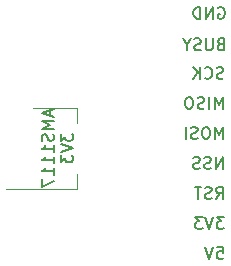
<source format=gbo>
G04 #@! TF.GenerationSoftware,KiCad,Pcbnew,7.0.1*
G04 #@! TF.CreationDate,2023-07-05T13:49:47-05:00*
G04 #@! TF.ProjectId,pn5180 cat5 connector with linear regulator,706e3531-3830-4206-9361-743520636f6e,rev?*
G04 #@! TF.SameCoordinates,Original*
G04 #@! TF.FileFunction,Legend,Bot*
G04 #@! TF.FilePolarity,Positive*
%FSLAX46Y46*%
G04 Gerber Fmt 4.6, Leading zero omitted, Abs format (unit mm)*
G04 Created by KiCad (PCBNEW 7.0.1) date 2023-07-05 13:49:47*
%MOMM*%
%LPD*%
G01*
G04 APERTURE LIST*
%ADD10C,0.150000*%
%ADD11C,0.120000*%
%ADD12C,1.600000*%
%ADD13C,3.250000*%
%ADD14R,1.500000X1.500000*%
%ADD15C,1.500000*%
%ADD16C,3.000000*%
%ADD17R,1.700000X1.700000*%
%ADD18O,1.700000X1.700000*%
%ADD19R,2.000000X1.500000*%
%ADD20R,2.000000X3.800000*%
G04 APERTURE END LIST*
D10*
X153733523Y-84362000D02*
X153590666Y-84409619D01*
X153590666Y-84409619D02*
X153352571Y-84409619D01*
X153352571Y-84409619D02*
X153257333Y-84362000D01*
X153257333Y-84362000D02*
X153209714Y-84314380D01*
X153209714Y-84314380D02*
X153162095Y-84219142D01*
X153162095Y-84219142D02*
X153162095Y-84123904D01*
X153162095Y-84123904D02*
X153209714Y-84028666D01*
X153209714Y-84028666D02*
X153257333Y-83981047D01*
X153257333Y-83981047D02*
X153352571Y-83933428D01*
X153352571Y-83933428D02*
X153543047Y-83885809D01*
X153543047Y-83885809D02*
X153638285Y-83838190D01*
X153638285Y-83838190D02*
X153685904Y-83790571D01*
X153685904Y-83790571D02*
X153733523Y-83695333D01*
X153733523Y-83695333D02*
X153733523Y-83600095D01*
X153733523Y-83600095D02*
X153685904Y-83504857D01*
X153685904Y-83504857D02*
X153638285Y-83457238D01*
X153638285Y-83457238D02*
X153543047Y-83409619D01*
X153543047Y-83409619D02*
X153304952Y-83409619D01*
X153304952Y-83409619D02*
X153162095Y-83457238D01*
X152162095Y-84314380D02*
X152209714Y-84362000D01*
X152209714Y-84362000D02*
X152352571Y-84409619D01*
X152352571Y-84409619D02*
X152447809Y-84409619D01*
X152447809Y-84409619D02*
X152590666Y-84362000D01*
X152590666Y-84362000D02*
X152685904Y-84266761D01*
X152685904Y-84266761D02*
X152733523Y-84171523D01*
X152733523Y-84171523D02*
X152781142Y-83981047D01*
X152781142Y-83981047D02*
X152781142Y-83838190D01*
X152781142Y-83838190D02*
X152733523Y-83647714D01*
X152733523Y-83647714D02*
X152685904Y-83552476D01*
X152685904Y-83552476D02*
X152590666Y-83457238D01*
X152590666Y-83457238D02*
X152447809Y-83409619D01*
X152447809Y-83409619D02*
X152352571Y-83409619D01*
X152352571Y-83409619D02*
X152209714Y-83457238D01*
X152209714Y-83457238D02*
X152162095Y-83504857D01*
X151733523Y-84409619D02*
X151733523Y-83409619D01*
X151162095Y-84409619D02*
X151590666Y-83838190D01*
X151162095Y-83409619D02*
X151733523Y-83981047D01*
X153685904Y-92029619D02*
X153685904Y-91029619D01*
X153685904Y-91029619D02*
X153114476Y-92029619D01*
X153114476Y-92029619D02*
X153114476Y-91029619D01*
X152685904Y-91982000D02*
X152543047Y-92029619D01*
X152543047Y-92029619D02*
X152304952Y-92029619D01*
X152304952Y-92029619D02*
X152209714Y-91982000D01*
X152209714Y-91982000D02*
X152162095Y-91934380D01*
X152162095Y-91934380D02*
X152114476Y-91839142D01*
X152114476Y-91839142D02*
X152114476Y-91743904D01*
X152114476Y-91743904D02*
X152162095Y-91648666D01*
X152162095Y-91648666D02*
X152209714Y-91601047D01*
X152209714Y-91601047D02*
X152304952Y-91553428D01*
X152304952Y-91553428D02*
X152495428Y-91505809D01*
X152495428Y-91505809D02*
X152590666Y-91458190D01*
X152590666Y-91458190D02*
X152638285Y-91410571D01*
X152638285Y-91410571D02*
X152685904Y-91315333D01*
X152685904Y-91315333D02*
X152685904Y-91220095D01*
X152685904Y-91220095D02*
X152638285Y-91124857D01*
X152638285Y-91124857D02*
X152590666Y-91077238D01*
X152590666Y-91077238D02*
X152495428Y-91029619D01*
X152495428Y-91029619D02*
X152257333Y-91029619D01*
X152257333Y-91029619D02*
X152114476Y-91077238D01*
X151733523Y-91982000D02*
X151590666Y-92029619D01*
X151590666Y-92029619D02*
X151352571Y-92029619D01*
X151352571Y-92029619D02*
X151257333Y-91982000D01*
X151257333Y-91982000D02*
X151209714Y-91934380D01*
X151209714Y-91934380D02*
X151162095Y-91839142D01*
X151162095Y-91839142D02*
X151162095Y-91743904D01*
X151162095Y-91743904D02*
X151209714Y-91648666D01*
X151209714Y-91648666D02*
X151257333Y-91601047D01*
X151257333Y-91601047D02*
X151352571Y-91553428D01*
X151352571Y-91553428D02*
X151543047Y-91505809D01*
X151543047Y-91505809D02*
X151638285Y-91458190D01*
X151638285Y-91458190D02*
X151685904Y-91410571D01*
X151685904Y-91410571D02*
X151733523Y-91315333D01*
X151733523Y-91315333D02*
X151733523Y-91220095D01*
X151733523Y-91220095D02*
X151685904Y-91124857D01*
X151685904Y-91124857D02*
X151638285Y-91077238D01*
X151638285Y-91077238D02*
X151543047Y-91029619D01*
X151543047Y-91029619D02*
X151304952Y-91029619D01*
X151304952Y-91029619D02*
X151162095Y-91077238D01*
X153781142Y-96109619D02*
X153162095Y-96109619D01*
X153162095Y-96109619D02*
X153495428Y-96490571D01*
X153495428Y-96490571D02*
X153352571Y-96490571D01*
X153352571Y-96490571D02*
X153257333Y-96538190D01*
X153257333Y-96538190D02*
X153209714Y-96585809D01*
X153209714Y-96585809D02*
X153162095Y-96681047D01*
X153162095Y-96681047D02*
X153162095Y-96919142D01*
X153162095Y-96919142D02*
X153209714Y-97014380D01*
X153209714Y-97014380D02*
X153257333Y-97062000D01*
X153257333Y-97062000D02*
X153352571Y-97109619D01*
X153352571Y-97109619D02*
X153638285Y-97109619D01*
X153638285Y-97109619D02*
X153733523Y-97062000D01*
X153733523Y-97062000D02*
X153781142Y-97014380D01*
X152876380Y-96109619D02*
X152543047Y-97109619D01*
X152543047Y-97109619D02*
X152209714Y-96109619D01*
X151971618Y-96109619D02*
X151352571Y-96109619D01*
X151352571Y-96109619D02*
X151685904Y-96490571D01*
X151685904Y-96490571D02*
X151543047Y-96490571D01*
X151543047Y-96490571D02*
X151447809Y-96538190D01*
X151447809Y-96538190D02*
X151400190Y-96585809D01*
X151400190Y-96585809D02*
X151352571Y-96681047D01*
X151352571Y-96681047D02*
X151352571Y-96919142D01*
X151352571Y-96919142D02*
X151400190Y-97014380D01*
X151400190Y-97014380D02*
X151447809Y-97062000D01*
X151447809Y-97062000D02*
X151543047Y-97109619D01*
X151543047Y-97109619D02*
X151828761Y-97109619D01*
X151828761Y-97109619D02*
X151923999Y-97062000D01*
X151923999Y-97062000D02*
X151971618Y-97014380D01*
X153209714Y-98649619D02*
X153685904Y-98649619D01*
X153685904Y-98649619D02*
X153733523Y-99125809D01*
X153733523Y-99125809D02*
X153685904Y-99078190D01*
X153685904Y-99078190D02*
X153590666Y-99030571D01*
X153590666Y-99030571D02*
X153352571Y-99030571D01*
X153352571Y-99030571D02*
X153257333Y-99078190D01*
X153257333Y-99078190D02*
X153209714Y-99125809D01*
X153209714Y-99125809D02*
X153162095Y-99221047D01*
X153162095Y-99221047D02*
X153162095Y-99459142D01*
X153162095Y-99459142D02*
X153209714Y-99554380D01*
X153209714Y-99554380D02*
X153257333Y-99602000D01*
X153257333Y-99602000D02*
X153352571Y-99649619D01*
X153352571Y-99649619D02*
X153590666Y-99649619D01*
X153590666Y-99649619D02*
X153685904Y-99602000D01*
X153685904Y-99602000D02*
X153733523Y-99554380D01*
X152876380Y-98649619D02*
X152543047Y-99649619D01*
X152543047Y-99649619D02*
X152209714Y-98649619D01*
X153289095Y-78377238D02*
X153384333Y-78329619D01*
X153384333Y-78329619D02*
X153527190Y-78329619D01*
X153527190Y-78329619D02*
X153670047Y-78377238D01*
X153670047Y-78377238D02*
X153765285Y-78472476D01*
X153765285Y-78472476D02*
X153812904Y-78567714D01*
X153812904Y-78567714D02*
X153860523Y-78758190D01*
X153860523Y-78758190D02*
X153860523Y-78901047D01*
X153860523Y-78901047D02*
X153812904Y-79091523D01*
X153812904Y-79091523D02*
X153765285Y-79186761D01*
X153765285Y-79186761D02*
X153670047Y-79282000D01*
X153670047Y-79282000D02*
X153527190Y-79329619D01*
X153527190Y-79329619D02*
X153431952Y-79329619D01*
X153431952Y-79329619D02*
X153289095Y-79282000D01*
X153289095Y-79282000D02*
X153241476Y-79234380D01*
X153241476Y-79234380D02*
X153241476Y-78901047D01*
X153241476Y-78901047D02*
X153431952Y-78901047D01*
X152812904Y-79329619D02*
X152812904Y-78329619D01*
X152812904Y-78329619D02*
X152241476Y-79329619D01*
X152241476Y-79329619D02*
X152241476Y-78329619D01*
X151765285Y-79329619D02*
X151765285Y-78329619D01*
X151765285Y-78329619D02*
X151527190Y-78329619D01*
X151527190Y-78329619D02*
X151384333Y-78377238D01*
X151384333Y-78377238D02*
X151289095Y-78472476D01*
X151289095Y-78472476D02*
X151241476Y-78567714D01*
X151241476Y-78567714D02*
X151193857Y-78758190D01*
X151193857Y-78758190D02*
X151193857Y-78901047D01*
X151193857Y-78901047D02*
X151241476Y-79091523D01*
X151241476Y-79091523D02*
X151289095Y-79186761D01*
X151289095Y-79186761D02*
X151384333Y-79282000D01*
X151384333Y-79282000D02*
X151527190Y-79329619D01*
X151527190Y-79329619D02*
X151765285Y-79329619D01*
X153479571Y-81472809D02*
X153336714Y-81520428D01*
X153336714Y-81520428D02*
X153289095Y-81568047D01*
X153289095Y-81568047D02*
X153241476Y-81663285D01*
X153241476Y-81663285D02*
X153241476Y-81806142D01*
X153241476Y-81806142D02*
X153289095Y-81901380D01*
X153289095Y-81901380D02*
X153336714Y-81949000D01*
X153336714Y-81949000D02*
X153431952Y-81996619D01*
X153431952Y-81996619D02*
X153812904Y-81996619D01*
X153812904Y-81996619D02*
X153812904Y-80996619D01*
X153812904Y-80996619D02*
X153479571Y-80996619D01*
X153479571Y-80996619D02*
X153384333Y-81044238D01*
X153384333Y-81044238D02*
X153336714Y-81091857D01*
X153336714Y-81091857D02*
X153289095Y-81187095D01*
X153289095Y-81187095D02*
X153289095Y-81282333D01*
X153289095Y-81282333D02*
X153336714Y-81377571D01*
X153336714Y-81377571D02*
X153384333Y-81425190D01*
X153384333Y-81425190D02*
X153479571Y-81472809D01*
X153479571Y-81472809D02*
X153812904Y-81472809D01*
X152812904Y-80996619D02*
X152812904Y-81806142D01*
X152812904Y-81806142D02*
X152765285Y-81901380D01*
X152765285Y-81901380D02*
X152717666Y-81949000D01*
X152717666Y-81949000D02*
X152622428Y-81996619D01*
X152622428Y-81996619D02*
X152431952Y-81996619D01*
X152431952Y-81996619D02*
X152336714Y-81949000D01*
X152336714Y-81949000D02*
X152289095Y-81901380D01*
X152289095Y-81901380D02*
X152241476Y-81806142D01*
X152241476Y-81806142D02*
X152241476Y-80996619D01*
X151812904Y-81949000D02*
X151670047Y-81996619D01*
X151670047Y-81996619D02*
X151431952Y-81996619D01*
X151431952Y-81996619D02*
X151336714Y-81949000D01*
X151336714Y-81949000D02*
X151289095Y-81901380D01*
X151289095Y-81901380D02*
X151241476Y-81806142D01*
X151241476Y-81806142D02*
X151241476Y-81710904D01*
X151241476Y-81710904D02*
X151289095Y-81615666D01*
X151289095Y-81615666D02*
X151336714Y-81568047D01*
X151336714Y-81568047D02*
X151431952Y-81520428D01*
X151431952Y-81520428D02*
X151622428Y-81472809D01*
X151622428Y-81472809D02*
X151717666Y-81425190D01*
X151717666Y-81425190D02*
X151765285Y-81377571D01*
X151765285Y-81377571D02*
X151812904Y-81282333D01*
X151812904Y-81282333D02*
X151812904Y-81187095D01*
X151812904Y-81187095D02*
X151765285Y-81091857D01*
X151765285Y-81091857D02*
X151717666Y-81044238D01*
X151717666Y-81044238D02*
X151622428Y-80996619D01*
X151622428Y-80996619D02*
X151384333Y-80996619D01*
X151384333Y-80996619D02*
X151241476Y-81044238D01*
X150622428Y-81520428D02*
X150622428Y-81996619D01*
X150955761Y-80996619D02*
X150622428Y-81520428D01*
X150622428Y-81520428D02*
X150289095Y-80996619D01*
X139066904Y-87106524D02*
X139066904Y-87582714D01*
X139352619Y-87011286D02*
X138352619Y-87344619D01*
X138352619Y-87344619D02*
X139352619Y-87677952D01*
X139352619Y-88011286D02*
X138352619Y-88011286D01*
X138352619Y-88011286D02*
X139066904Y-88344619D01*
X139066904Y-88344619D02*
X138352619Y-88677952D01*
X138352619Y-88677952D02*
X139352619Y-88677952D01*
X139305000Y-89106524D02*
X139352619Y-89249381D01*
X139352619Y-89249381D02*
X139352619Y-89487476D01*
X139352619Y-89487476D02*
X139305000Y-89582714D01*
X139305000Y-89582714D02*
X139257380Y-89630333D01*
X139257380Y-89630333D02*
X139162142Y-89677952D01*
X139162142Y-89677952D02*
X139066904Y-89677952D01*
X139066904Y-89677952D02*
X138971666Y-89630333D01*
X138971666Y-89630333D02*
X138924047Y-89582714D01*
X138924047Y-89582714D02*
X138876428Y-89487476D01*
X138876428Y-89487476D02*
X138828809Y-89297000D01*
X138828809Y-89297000D02*
X138781190Y-89201762D01*
X138781190Y-89201762D02*
X138733571Y-89154143D01*
X138733571Y-89154143D02*
X138638333Y-89106524D01*
X138638333Y-89106524D02*
X138543095Y-89106524D01*
X138543095Y-89106524D02*
X138447857Y-89154143D01*
X138447857Y-89154143D02*
X138400238Y-89201762D01*
X138400238Y-89201762D02*
X138352619Y-89297000D01*
X138352619Y-89297000D02*
X138352619Y-89535095D01*
X138352619Y-89535095D02*
X138400238Y-89677952D01*
X139352619Y-90630333D02*
X139352619Y-90058905D01*
X139352619Y-90344619D02*
X138352619Y-90344619D01*
X138352619Y-90344619D02*
X138495476Y-90249381D01*
X138495476Y-90249381D02*
X138590714Y-90154143D01*
X138590714Y-90154143D02*
X138638333Y-90058905D01*
X139352619Y-91582714D02*
X139352619Y-91011286D01*
X139352619Y-91297000D02*
X138352619Y-91297000D01*
X138352619Y-91297000D02*
X138495476Y-91201762D01*
X138495476Y-91201762D02*
X138590714Y-91106524D01*
X138590714Y-91106524D02*
X138638333Y-91011286D01*
X139352619Y-92535095D02*
X139352619Y-91963667D01*
X139352619Y-92249381D02*
X138352619Y-92249381D01*
X138352619Y-92249381D02*
X138495476Y-92154143D01*
X138495476Y-92154143D02*
X138590714Y-92058905D01*
X138590714Y-92058905D02*
X138638333Y-91963667D01*
X138352619Y-92868429D02*
X138352619Y-93535095D01*
X138352619Y-93535095D02*
X139352619Y-93106524D01*
X139972619Y-89058905D02*
X139972619Y-89677952D01*
X139972619Y-89677952D02*
X140353571Y-89344619D01*
X140353571Y-89344619D02*
X140353571Y-89487476D01*
X140353571Y-89487476D02*
X140401190Y-89582714D01*
X140401190Y-89582714D02*
X140448809Y-89630333D01*
X140448809Y-89630333D02*
X140544047Y-89677952D01*
X140544047Y-89677952D02*
X140782142Y-89677952D01*
X140782142Y-89677952D02*
X140877380Y-89630333D01*
X140877380Y-89630333D02*
X140925000Y-89582714D01*
X140925000Y-89582714D02*
X140972619Y-89487476D01*
X140972619Y-89487476D02*
X140972619Y-89201762D01*
X140972619Y-89201762D02*
X140925000Y-89106524D01*
X140925000Y-89106524D02*
X140877380Y-89058905D01*
X139972619Y-89963667D02*
X140972619Y-90297000D01*
X140972619Y-90297000D02*
X139972619Y-90630333D01*
X139972619Y-90868429D02*
X139972619Y-91487476D01*
X139972619Y-91487476D02*
X140353571Y-91154143D01*
X140353571Y-91154143D02*
X140353571Y-91297000D01*
X140353571Y-91297000D02*
X140401190Y-91392238D01*
X140401190Y-91392238D02*
X140448809Y-91439857D01*
X140448809Y-91439857D02*
X140544047Y-91487476D01*
X140544047Y-91487476D02*
X140782142Y-91487476D01*
X140782142Y-91487476D02*
X140877380Y-91439857D01*
X140877380Y-91439857D02*
X140925000Y-91392238D01*
X140925000Y-91392238D02*
X140972619Y-91297000D01*
X140972619Y-91297000D02*
X140972619Y-91011286D01*
X140972619Y-91011286D02*
X140925000Y-90916048D01*
X140925000Y-90916048D02*
X140877380Y-90868429D01*
X153685904Y-89489619D02*
X153685904Y-88489619D01*
X153685904Y-88489619D02*
X153352571Y-89203904D01*
X153352571Y-89203904D02*
X153019238Y-88489619D01*
X153019238Y-88489619D02*
X153019238Y-89489619D01*
X152352571Y-88489619D02*
X152162095Y-88489619D01*
X152162095Y-88489619D02*
X152066857Y-88537238D01*
X152066857Y-88537238D02*
X151971619Y-88632476D01*
X151971619Y-88632476D02*
X151924000Y-88822952D01*
X151924000Y-88822952D02*
X151924000Y-89156285D01*
X151924000Y-89156285D02*
X151971619Y-89346761D01*
X151971619Y-89346761D02*
X152066857Y-89442000D01*
X152066857Y-89442000D02*
X152162095Y-89489619D01*
X152162095Y-89489619D02*
X152352571Y-89489619D01*
X152352571Y-89489619D02*
X152447809Y-89442000D01*
X152447809Y-89442000D02*
X152543047Y-89346761D01*
X152543047Y-89346761D02*
X152590666Y-89156285D01*
X152590666Y-89156285D02*
X152590666Y-88822952D01*
X152590666Y-88822952D02*
X152543047Y-88632476D01*
X152543047Y-88632476D02*
X152447809Y-88537238D01*
X152447809Y-88537238D02*
X152352571Y-88489619D01*
X151543047Y-89442000D02*
X151400190Y-89489619D01*
X151400190Y-89489619D02*
X151162095Y-89489619D01*
X151162095Y-89489619D02*
X151066857Y-89442000D01*
X151066857Y-89442000D02*
X151019238Y-89394380D01*
X151019238Y-89394380D02*
X150971619Y-89299142D01*
X150971619Y-89299142D02*
X150971619Y-89203904D01*
X150971619Y-89203904D02*
X151019238Y-89108666D01*
X151019238Y-89108666D02*
X151066857Y-89061047D01*
X151066857Y-89061047D02*
X151162095Y-89013428D01*
X151162095Y-89013428D02*
X151352571Y-88965809D01*
X151352571Y-88965809D02*
X151447809Y-88918190D01*
X151447809Y-88918190D02*
X151495428Y-88870571D01*
X151495428Y-88870571D02*
X151543047Y-88775333D01*
X151543047Y-88775333D02*
X151543047Y-88680095D01*
X151543047Y-88680095D02*
X151495428Y-88584857D01*
X151495428Y-88584857D02*
X151447809Y-88537238D01*
X151447809Y-88537238D02*
X151352571Y-88489619D01*
X151352571Y-88489619D02*
X151114476Y-88489619D01*
X151114476Y-88489619D02*
X150971619Y-88537238D01*
X150543047Y-89489619D02*
X150543047Y-88489619D01*
X153685904Y-86949619D02*
X153685904Y-85949619D01*
X153685904Y-85949619D02*
X153352571Y-86663904D01*
X153352571Y-86663904D02*
X153019238Y-85949619D01*
X153019238Y-85949619D02*
X153019238Y-86949619D01*
X152543047Y-86949619D02*
X152543047Y-85949619D01*
X152114476Y-86902000D02*
X151971619Y-86949619D01*
X151971619Y-86949619D02*
X151733524Y-86949619D01*
X151733524Y-86949619D02*
X151638286Y-86902000D01*
X151638286Y-86902000D02*
X151590667Y-86854380D01*
X151590667Y-86854380D02*
X151543048Y-86759142D01*
X151543048Y-86759142D02*
X151543048Y-86663904D01*
X151543048Y-86663904D02*
X151590667Y-86568666D01*
X151590667Y-86568666D02*
X151638286Y-86521047D01*
X151638286Y-86521047D02*
X151733524Y-86473428D01*
X151733524Y-86473428D02*
X151924000Y-86425809D01*
X151924000Y-86425809D02*
X152019238Y-86378190D01*
X152019238Y-86378190D02*
X152066857Y-86330571D01*
X152066857Y-86330571D02*
X152114476Y-86235333D01*
X152114476Y-86235333D02*
X152114476Y-86140095D01*
X152114476Y-86140095D02*
X152066857Y-86044857D01*
X152066857Y-86044857D02*
X152019238Y-85997238D01*
X152019238Y-85997238D02*
X151924000Y-85949619D01*
X151924000Y-85949619D02*
X151685905Y-85949619D01*
X151685905Y-85949619D02*
X151543048Y-85997238D01*
X150924000Y-85949619D02*
X150733524Y-85949619D01*
X150733524Y-85949619D02*
X150638286Y-85997238D01*
X150638286Y-85997238D02*
X150543048Y-86092476D01*
X150543048Y-86092476D02*
X150495429Y-86282952D01*
X150495429Y-86282952D02*
X150495429Y-86616285D01*
X150495429Y-86616285D02*
X150543048Y-86806761D01*
X150543048Y-86806761D02*
X150638286Y-86902000D01*
X150638286Y-86902000D02*
X150733524Y-86949619D01*
X150733524Y-86949619D02*
X150924000Y-86949619D01*
X150924000Y-86949619D02*
X151019238Y-86902000D01*
X151019238Y-86902000D02*
X151114476Y-86806761D01*
X151114476Y-86806761D02*
X151162095Y-86616285D01*
X151162095Y-86616285D02*
X151162095Y-86282952D01*
X151162095Y-86282952D02*
X151114476Y-86092476D01*
X151114476Y-86092476D02*
X151019238Y-85997238D01*
X151019238Y-85997238D02*
X150924000Y-85949619D01*
X153114476Y-94569619D02*
X153447809Y-94093428D01*
X153685904Y-94569619D02*
X153685904Y-93569619D01*
X153685904Y-93569619D02*
X153304952Y-93569619D01*
X153304952Y-93569619D02*
X153209714Y-93617238D01*
X153209714Y-93617238D02*
X153162095Y-93664857D01*
X153162095Y-93664857D02*
X153114476Y-93760095D01*
X153114476Y-93760095D02*
X153114476Y-93902952D01*
X153114476Y-93902952D02*
X153162095Y-93998190D01*
X153162095Y-93998190D02*
X153209714Y-94045809D01*
X153209714Y-94045809D02*
X153304952Y-94093428D01*
X153304952Y-94093428D02*
X153685904Y-94093428D01*
X152733523Y-94522000D02*
X152590666Y-94569619D01*
X152590666Y-94569619D02*
X152352571Y-94569619D01*
X152352571Y-94569619D02*
X152257333Y-94522000D01*
X152257333Y-94522000D02*
X152209714Y-94474380D01*
X152209714Y-94474380D02*
X152162095Y-94379142D01*
X152162095Y-94379142D02*
X152162095Y-94283904D01*
X152162095Y-94283904D02*
X152209714Y-94188666D01*
X152209714Y-94188666D02*
X152257333Y-94141047D01*
X152257333Y-94141047D02*
X152352571Y-94093428D01*
X152352571Y-94093428D02*
X152543047Y-94045809D01*
X152543047Y-94045809D02*
X152638285Y-93998190D01*
X152638285Y-93998190D02*
X152685904Y-93950571D01*
X152685904Y-93950571D02*
X152733523Y-93855333D01*
X152733523Y-93855333D02*
X152733523Y-93760095D01*
X152733523Y-93760095D02*
X152685904Y-93664857D01*
X152685904Y-93664857D02*
X152638285Y-93617238D01*
X152638285Y-93617238D02*
X152543047Y-93569619D01*
X152543047Y-93569619D02*
X152304952Y-93569619D01*
X152304952Y-93569619D02*
X152162095Y-93617238D01*
X151876380Y-93569619D02*
X151304952Y-93569619D01*
X151590666Y-94569619D02*
X151590666Y-93569619D01*
D11*
X135346000Y-93707000D02*
X141356000Y-93707000D01*
X137596000Y-86887000D02*
X141356000Y-86887000D01*
X141356000Y-86887000D02*
X141356000Y-88147000D01*
X141356000Y-93707000D02*
X141356000Y-92447000D01*
%LPC*%
D12*
X135255000Y-78867000D03*
X140255000Y-78867000D03*
X147454000Y-78867000D03*
X142454000Y-78867000D03*
D13*
X139573000Y-84709000D03*
X139573000Y-96139000D03*
D14*
X145923000Y-85979000D03*
D15*
X148463000Y-87249000D03*
X145923000Y-88519000D03*
X148463000Y-89789000D03*
X145923000Y-91059000D03*
X148463000Y-92329000D03*
X145923000Y-93599000D03*
X148463000Y-94869000D03*
D16*
X136523000Y-82654000D03*
X136523000Y-98194000D03*
D17*
X155346000Y-78877000D03*
D18*
X155346000Y-81417000D03*
X155346000Y-83957000D03*
X155346000Y-86497000D03*
X155346000Y-89037000D03*
X155346000Y-91577000D03*
X155346000Y-94117000D03*
X155346000Y-96657000D03*
X155346000Y-99197000D03*
D19*
X136296000Y-92597000D03*
X136296000Y-90297000D03*
D20*
X142596000Y-90297000D03*
D19*
X136296000Y-87997000D03*
M02*

</source>
